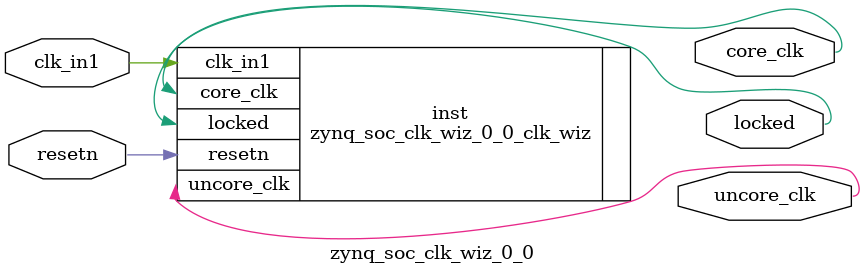
<source format=v>


`timescale 1ps/1ps

(* CORE_GENERATION_INFO = "zynq_soc_clk_wiz_0_0,clk_wiz_v6_0_13_0_0,{component_name=zynq_soc_clk_wiz_0_0,use_phase_alignment=false,use_min_o_jitter=false,use_max_i_jitter=false,use_dyn_phase_shift=false,use_inclk_switchover=false,use_dyn_reconfig=false,enable_axi=0,feedback_source=FDBK_AUTO,PRIMITIVE=MMCM,num_out_clk=2,clkin1_period=10.001,clkin2_period=10.000,use_power_down=false,use_reset=true,use_locked=true,use_inclk_stopped=false,feedback_type=SINGLE,CLOCK_MGR_TYPE=NA,manual_override=false}" *)

module zynq_soc_clk_wiz_0_0 
 (
  // Clock out ports
  output        core_clk,
  output        uncore_clk,
  // Status and control signals
  input         resetn,
  output        locked,
 // Clock in ports
  input         clk_in1
 );

  zynq_soc_clk_wiz_0_0_clk_wiz inst
  (
  // Clock out ports  
  .core_clk(core_clk),
  .uncore_clk(uncore_clk),
  // Status and control signals               
  .resetn(resetn), 
  .locked(locked),
 // Clock in ports
  .clk_in1(clk_in1)
  );

endmodule

</source>
